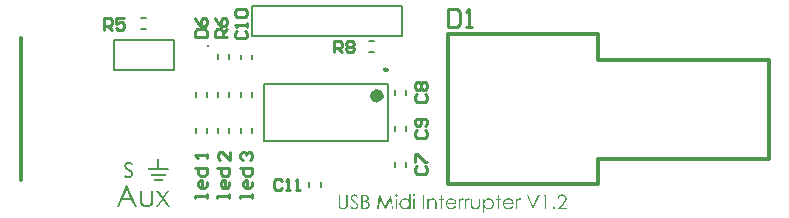
<source format=gto>
%FSTAX23Y23*%
%MOIN*%
%SFA1B1*%

%IPPOS*%
%ADD10C,0.003940*%
%ADD11C,0.023620*%
%ADD12C,0.009840*%
%ADD13C,0.007870*%
%ADD14C,0.011810*%
%ADD15C,0.010000*%
%LNmidi_stick-1*%
%LPD*%
G36*
X03223Y02701D02*
X03224D01*
Y02699*
Y02698*
Y02697*
X03223*
Y02695*
X03195*
Y02697*
Y02698*
Y02699*
Y02701*
X03196*
Y02702*
X03223*
Y02701*
G37*
G36*
X03213Y02769D02*
Y02767D01*
Y02766*
Y02765*
Y02763*
Y02762*
Y0276*
Y02759*
Y02758*
Y02756*
Y02755*
Y02754*
Y02752*
Y02751*
Y02749*
Y02748*
Y02747*
Y02745*
Y02744*
Y02742*
Y02741*
Y0274*
Y02738*
X03242*
Y02737*
X03244*
Y02735*
X03245*
Y02734*
Y02733*
X03244*
Y02731*
X03175*
Y02733*
X03174*
Y02734*
Y02735*
Y02737*
X03175*
Y02738*
X03205*
Y0274*
Y02741*
Y02742*
Y02744*
Y02745*
Y02747*
Y02748*
Y02749*
Y02751*
Y02752*
Y02754*
Y02755*
Y02756*
Y02758*
Y02759*
Y0276*
Y02762*
Y02763*
Y02765*
Y02766*
Y02767*
Y02769*
Y0277*
X03213*
Y02769*
G37*
G36*
X03235Y02717D02*
Y02716D01*
Y02715*
Y02713*
X03233*
Y02712*
X03187*
Y02713*
X03186*
Y02715*
X03184*
Y02716*
Y02717*
X03186*
Y02719*
X03235*
Y02717*
G37*
G36*
X03111Y0276D02*
X03112D01*
X03112Y0276*
X03113Y02759*
X03114Y02759*
X03115Y02759*
X03116Y02759*
X03117Y02758*
X03119Y02757*
X0312Y02757*
X03121Y02756*
X03122Y02755*
X03124Y02754*
X03125Y02753*
X03121Y02748*
X03121Y02748*
X0312Y02749*
X0312Y02749*
X0312Y02749*
X03119Y0275*
X03119Y0275*
X03117Y02751*
X03116Y02752*
X03114Y02753*
X03113Y02753*
X03112Y02753*
X03111Y02753*
X0311Y02754*
X0311*
X03109Y02753*
X03108Y02753*
X03107Y02753*
X03106Y02753*
X03105Y02752*
X03105Y02751*
X03104Y02751*
X03104Y02751*
X03104Y02751*
X03103Y0275*
X03103Y02749*
X03103Y02748*
X03102Y02747*
X03102Y02746*
Y02746*
Y02746*
X03102Y02745*
X03102Y02745*
X03103Y02744*
X03103Y02743*
X03103Y02742*
X03104Y02741*
X03104Y02741*
X03105Y02741*
X03105Y0274*
X03106Y0274*
X03107Y02739*
X03108Y02739*
X03108Y02738*
X03109Y02738*
X0311Y02737*
X03111Y02736*
X03112Y02736*
X03112Y02736*
X03113Y02736*
X03113Y02735*
X03114Y02735*
X03114Y02735*
X03115Y02734*
X03116Y02733*
X03118Y02732*
X0312Y02731*
X03121Y0273*
X03122Y02729*
X03123Y02728*
X03123Y02728*
X03123Y02728*
X03123Y02727*
X03124Y02726*
X03124Y02725*
X03125Y02723*
X03125Y02722*
X03125Y0272*
Y0272*
Y0272*
Y02719*
X03125Y02719*
X03125Y02718*
X03125Y02718*
X03125Y02716*
X03124Y02714*
X03123Y02713*
X03123Y02712*
X03122Y02711*
X03121Y0271*
X03121Y02709*
X03121Y02709*
X0312Y02709*
X0312Y02709*
X0312Y02708*
X03119Y02708*
X03119Y02708*
X03118Y02707*
X03118Y02707*
X03116Y02706*
X03114Y02705*
X03112Y02705*
X0311Y02705*
X03109Y02705*
X03109*
X03108Y02705*
X03106Y02705*
X03105Y02705*
X03104Y02705*
X03102Y02706*
X03101Y02706*
X031*
X031Y02707*
X031Y02707*
X03099Y02707*
X03098Y02708*
X03097Y02709*
X03096Y0271*
X03095Y02711*
X03094Y02712*
X03098Y02717*
X03098Y02717*
X03098Y02717*
X03098Y02716*
X03099Y02716*
X03099Y02715*
X031Y02715*
X03101Y02714*
X03103Y02713*
X03105Y02712*
X03106Y02712*
X03107Y02711*
X03108Y02711*
X03109Y02711*
X03109*
X0311Y02711*
X0311Y02711*
X03111Y02711*
X03112Y02712*
X03114Y02712*
X03115Y02713*
X03116Y02714*
X03116Y02714*
X03116Y02714*
X03117Y02715*
X03117Y02715*
X03118Y02716*
X03118Y02717*
X03119Y02718*
X03119Y0272*
Y0272*
Y0272*
X03119Y02721*
X03119Y02721*
X03118Y02722*
X03118Y02723*
X03118Y02724*
X03117Y02725*
X03117Y02725*
X03116Y02725*
X03116Y02726*
X03115Y02726*
X03115Y02727*
X03114Y02727*
X03113Y02728*
X03112Y02728*
X03112Y02729*
X03111Y02729*
X0311Y0273*
X03108Y0273*
X03108Y02731*
X03108Y02731*
X03108Y02731*
X03107Y02731*
X03107Y02731*
X03106Y02732*
X03105Y02733*
X03103Y02734*
X03101Y02735*
X031Y02736*
X03099Y02737*
X03099Y02738*
Y02738*
X03099Y02738*
X03098Y02738*
X03098Y02739*
X03097Y0274*
X03097Y02741*
X03097Y02743*
X03096Y02744*
X03096Y02746*
Y02746*
Y02746*
Y02746*
X03096Y02747*
X03096Y02747*
X03096Y02748*
X03097Y02749*
X03097Y02751*
X03098Y02753*
X03098Y02753*
X03099Y02754*
X03099Y02755*
X031Y02756*
X031Y02756*
X031Y02756*
X03101Y02756*
X03101Y02756*
X03101Y02757*
X03102Y02757*
X03103Y02758*
X03105Y02759*
X03106Y02759*
X03108Y0276*
X03109Y0276*
X0311Y0276*
X03111*
X03111Y0276*
G37*
G36*
X04062Y02652D02*
X04062Y02652D01*
X04063Y02652*
X04063Y02651*
X04064Y02651*
X04064Y02651*
X04064Y02651*
X04064Y0265*
X04065Y0265*
X04065Y0265*
X04065Y0265*
X04065Y02649*
X04065Y02649*
X04065Y02648*
Y02648*
Y02648*
X04065Y02647*
X04065Y02647*
X04065Y02647*
X04065Y02646*
X04065Y02646*
X04064Y02645*
X04064Y02645*
X04064Y02645*
X04064Y02645*
X04063Y02645*
X04063Y02645*
X04063Y02645*
X04062Y02644*
X04062Y02644*
X04061*
X04061Y02644*
X04061Y02645*
X0406Y02645*
X0406Y02645*
X04059Y02645*
X04059Y02645*
X04059Y02646*
X04059Y02646*
X04059Y02646*
X04058Y02646*
X04058Y02647*
X04058Y02647*
X04058Y02647*
X04058Y02648*
Y02648*
Y02648*
X04058Y02649*
X04058Y02649*
X04058Y02649*
X04058Y0265*
X04059Y0265*
X04059Y02651*
X04059Y02651*
X04059Y02651*
X04059Y02651*
X0406Y02651*
X0406Y02651*
X04061Y02652*
X04061Y02652*
X04062Y02652*
X04062*
X04062Y02652*
G37*
G36*
X04004D02*
X04004Y02652D01*
X04004Y02652*
X04005Y02651*
X04005Y02651*
X04006Y02651*
X04006Y02651*
X04006Y0265*
X04006Y0265*
X04006Y0265*
X04007Y0265*
X04007Y02649*
X04007Y02649*
X04007Y02648*
Y02648*
Y02648*
X04007Y02647*
X04007Y02647*
X04007Y02647*
X04006Y02646*
X04006Y02646*
X04006Y02645*
X04006Y02645*
X04006Y02645*
X04005Y02645*
X04005Y02645*
X04005Y02645*
X04004Y02645*
X04004Y02644*
X04003Y02644*
X04003*
X04003Y02644*
X04002Y02645*
X04002Y02645*
X04001Y02645*
X04001Y02645*
X04Y02645*
X04Y02646*
X04Y02646*
X04Y02646*
X04Y02646*
X04Y02647*
X04Y02647*
X03999Y02647*
X03999Y02648*
Y02648*
Y02648*
X03999Y02649*
X04Y02649*
X04Y02649*
X04Y0265*
X04Y0265*
X04Y02651*
X04001Y02651*
X04001Y02651*
X04001Y02651*
X04001Y02651*
X04002Y02651*
X04002Y02652*
X04003Y02652*
X04003Y02652*
X04003*
X04004Y02652*
G37*
G36*
X03863Y02651D02*
X03863Y02651D01*
X03864Y02651*
X03865Y0265*
X03866Y0265*
X03867Y0265*
X03868Y02649*
X03868*
X03868Y02649*
X03869Y02649*
X03869Y02649*
X03869Y02648*
X0387Y02648*
X03871Y02647*
X03871Y02647*
X03872Y02647*
X03872Y02646*
X03873Y02645*
X03873Y02645*
X03874Y02644*
X03875Y02643*
X03871Y0264*
X03871Y0264*
X03871Y0264*
X0387Y02641*
X0387Y02641*
X0387Y02641*
X03869Y02642*
X03868Y02643*
X03868Y02644*
X03867Y02644*
X03867Y02645*
X03866Y02645*
X03866Y02645*
X03866Y02645*
X03865Y02645*
X03865Y02645*
X03864Y02646*
X03864Y02646*
X03863Y02646*
X03862Y02646*
X03862*
X03861Y02646*
X0386Y02646*
X0386Y02646*
X03859Y02645*
X03858Y02645*
X03857Y02644*
X03857Y02644*
X03857Y02644*
X03857Y02644*
X03857Y02643*
X03856Y02642*
X03856Y02642*
X03856Y02641*
X03856Y0264*
Y0264*
Y0264*
X03856Y02639*
Y02639*
X03856Y02639*
X03856Y02638*
X03856Y02637*
X03856Y02637*
X03856Y02637*
X03856Y02637*
X03856Y02636*
X03857Y02636*
X03857Y02636*
X03857Y02635*
X03858Y02634*
X03859Y02634*
X03859Y02634*
X03859Y02634*
X03859Y02633*
X03859Y02633*
X0386Y02633*
X0386Y02633*
X0386Y02632*
X03861Y02632*
X03861Y02631*
X03862Y02631*
X03863Y0263*
X03864Y0263*
X03865Y02629*
X03865Y02629*
X03865Y02629*
X03865Y02629*
X03866Y02628*
X03866Y02628*
X03867Y02627*
X03867Y02627*
X03868Y02626*
X03869Y02625*
X03871Y02624*
X03871Y02623*
X03872Y02622*
X03873Y02622*
X03873Y02621*
X03873Y02621*
X03873Y02621*
X03873Y02621*
X03873Y0262*
X03874Y0262*
X03874Y0262*
X03874Y02619*
X03875Y02618*
X03875Y02616*
X03875Y02615*
X03875Y02614*
Y02614*
Y02614*
Y02613*
X03875Y02613*
X03875Y02613*
X03875Y02612*
X03875Y02611*
X03875Y02611*
X03875Y0261*
X03874Y02609*
X03874Y02609*
X03874Y02608*
X03873Y02607*
X03873Y02606*
X03872Y02606*
X03871Y02605*
X03871Y02605*
X03871Y02605*
X03871Y02605*
X03871Y02604*
X0387Y02604*
X0387Y02604*
X03869Y02603*
X03869Y02603*
X03868Y02603*
X03867Y02602*
X03867Y02602*
X03866Y02602*
X03865Y02601*
X03864Y02601*
X03863Y02601*
X03862Y02601*
X03861*
X03861Y02601*
X03861*
X0386Y02601*
X0386Y02601*
X03859Y02601*
X03858Y02602*
X03857Y02602*
X03855Y02603*
X03854Y02603*
X03854Y02603*
X03854Y02604*
X03854Y02604*
X03854Y02604*
X03853Y02604*
X03853Y02604*
X03852Y02605*
X03852Y02605*
X03851Y02606*
X03851Y02606*
X0385Y02607*
X0385Y02608*
X03849Y02608*
X03849Y02609*
X03848Y0261*
X03848Y02611*
X03852Y02614*
X03852Y02613*
X03852Y02613*
X03852Y02613*
X03852Y02612*
X03853Y02612*
X03853Y02611*
X03854Y0261*
X03854Y0261*
X03855Y02609*
X03856Y02608*
X03857Y02608*
X03858Y02607*
X03859Y02606*
X03859Y02606*
X0386Y02606*
X03861Y02606*
X03862*
X03862Y02606*
X03863Y02606*
X03864Y02606*
X03864Y02606*
X03865Y02606*
X03866Y02607*
X03866Y02607*
X03866Y02607*
X03867Y02607*
X03867Y02608*
X03868Y02608*
X03868Y02609*
X03869Y02609*
X03869Y0261*
X03869Y0261*
X03869Y0261*
X0387Y0261*
X0387Y02611*
X0387Y02612*
X0387Y02612*
X0387Y02613*
X0387Y02614*
Y02614*
Y02614*
Y02614*
X0387Y02615*
X0387Y02615*
X0387Y02616*
X0387Y02617*
X03869Y02618*
X03869Y02618*
Y02618*
X03869Y02619*
X03868Y02619*
X03868Y02619*
X03868Y02619*
X03868Y0262*
X03867Y0262*
X03867Y02621*
X03866Y02621*
X03866Y02622*
X03865Y02622*
X03864Y02623*
X03863Y02624*
X03863Y02624*
X03862Y02625*
X03861Y02626*
X0386Y02626*
X0386Y02626*
X0386Y02626*
X0386Y02627*
X03859Y02627*
X03859Y02628*
X03857Y02629*
X03856Y0263*
X03855Y02631*
X03854Y02631*
X03854Y02632*
X03853Y02632*
X03853Y02633*
Y02633*
X03853Y02633*
X03853Y02633*
X03853Y02633*
X03853Y02633*
X03852Y02634*
X03852Y02635*
X03851Y02636*
X03851Y02637*
X03851Y02638*
X03851Y02639*
X03851Y0264*
Y0264*
Y0264*
Y0264*
Y0264*
X03851Y02641*
X03851Y02642*
X03851Y02643*
X03851Y02643*
X03852Y02644*
X03852Y02645*
Y02645*
X03852Y02646*
X03852Y02646*
X03853Y02646*
X03853Y02647*
X03854Y02648*
X03854Y02648*
X03855Y02649*
X03856Y02649*
X03856*
X03856Y0265*
X03857Y0265*
X03857Y0265*
X03857Y0265*
X03858Y0265*
X03859Y0265*
X0386Y02651*
X03861Y02651*
X03862Y02651*
X03863*
X03863Y02651*
G37*
G36*
X04415Y02638D02*
X04415Y02638D01*
X04416Y02638*
X04417Y02638*
X04417Y02637*
X04418Y02637*
X04416Y02633*
X04416Y02633*
X04416Y02633*
X04415Y02633*
X04415Y02634*
X04414Y02634*
X04414Y02634*
X04413*
X04413Y02634*
X04412Y02634*
X04411Y02633*
X04411Y02633*
X0441Y02633*
X04409Y02632*
X04409Y02632*
X04409Y02632*
X04408Y02631*
X04408Y02631*
X04407Y0263*
X04407Y02629*
X04406Y02628*
X04406Y02626*
Y02626*
X04406Y02626*
Y02626*
X04406Y02626*
X04406Y02625*
X04406Y02625*
X04406Y02624*
X04405Y02624*
X04405Y02623*
X04405Y02622*
X04405Y02621*
X04405Y0262*
X04405Y02619*
Y02617*
X04405Y02616*
Y02614*
Y02602*
X044*
Y02637*
X04405*
Y02632*
X04405Y02632*
X04405Y02633*
X04405Y02633*
X04406Y02633*
X04406Y02634*
X04407Y02635*
X04408Y02635*
X04409Y02636*
X04409Y02637*
X04409Y02637*
X0441Y02637*
X0441Y02637*
X04411Y02637*
X04412Y02638*
X04412Y02638*
X04413Y02638*
X04414Y02638*
X04414*
X04415Y02638*
G37*
G36*
X04245D02*
X04245Y02638D01*
X04246Y02638*
X04246Y02638*
X04247Y02637*
X04248Y02637*
X04245Y02633*
X04245Y02633*
X04245Y02633*
X04245Y02633*
X04245Y02634*
X04244Y02634*
X04243Y02634*
X04243*
X04242Y02634*
X04242Y02634*
X04241Y02633*
X0424Y02633*
X04239Y02633*
X04239Y02632*
X04239Y02632*
X04238Y02632*
X04238Y02631*
X04238Y02631*
X04237Y0263*
X04236Y02629*
X04236Y02628*
X04235Y02626*
Y02626*
X04235Y02626*
Y02626*
X04235Y02626*
X04235Y02625*
X04235Y02625*
X04235Y02624*
X04235Y02624*
X04235Y02623*
X04235Y02622*
X04235Y02621*
X04235Y0262*
X04235Y02619*
Y02617*
X04235Y02616*
Y02614*
Y02602*
X0423*
Y02637*
X04235*
Y02632*
X04235Y02632*
X04235Y02633*
X04235Y02633*
X04235Y02633*
X04236Y02634*
X04237Y02635*
X04237Y02635*
X04238Y02636*
X04239Y02637*
X04239Y02637*
X04239Y02637*
X0424Y02637*
X0424Y02637*
X04241Y02638*
X04242Y02638*
X04243Y02638*
X04244Y02638*
X04244*
X04245Y02638*
G37*
G36*
X04225D02*
X04225Y02638D01*
X04226Y02638*
X04226Y02638*
X04227Y02637*
X04228Y02637*
X04226Y02633*
X04226Y02633*
X04225Y02633*
X04225Y02633*
X04225Y02634*
X04224Y02634*
X04224Y02634*
X04223*
X04222Y02634*
X04222Y02634*
X04221Y02633*
X0422Y02633*
X0422Y02633*
X04219Y02632*
X04219Y02632*
X04218Y02632*
X04218Y02631*
X04218Y02631*
X04217Y0263*
X04217Y02629*
X04216Y02628*
X04216Y02626*
Y02626*
X04216Y02626*
Y02626*
X04216Y02626*
X04215Y02625*
X04215Y02625*
X04215Y02624*
X04215Y02624*
X04215Y02623*
X04215Y02622*
X04215Y02621*
X04215Y0262*
X04215Y02619*
Y02617*
X04215Y02616*
Y02614*
Y02602*
X0421*
Y02637*
X04215*
Y02632*
X04215Y02632*
X04215Y02633*
X04215Y02633*
X04216Y02633*
X04216Y02634*
X04217Y02635*
X04217Y02635*
X04218Y02636*
X04219Y02637*
X04219Y02637*
X04219Y02637*
X0422Y02637*
X04221Y02637*
X04221Y02638*
X04222Y02638*
X04223Y02638*
X04224Y02638*
X04224*
X04225Y02638*
G37*
G36*
X04125D02*
X04125D01*
X04125Y02638*
X04126Y02638*
X04127Y02638*
X04129Y02637*
X0413Y02637*
X04131Y02636*
X04131*
X04131Y02636*
X04131Y02636*
X04131Y02636*
X04132Y02635*
X04133Y02635*
X04133Y02634*
X04134Y02633*
X04135Y02632*
X04135Y02631*
Y02631*
X04136Y02631*
X04136Y02631*
X04136Y0263*
X04136Y0263*
X04136Y02629*
X04136Y02629*
X04136Y02628*
X04136Y02628*
X04136Y02627*
X04137Y02626*
X04137Y02625*
X04137Y02624*
X04137Y02623*
X04137Y02622*
Y0262*
Y02602*
X04132*
Y02619*
Y02619*
Y02619*
Y0262*
Y0262*
Y02621*
Y02621*
X04132Y02622*
X04132Y02624*
X04132Y02625*
X04132Y02626*
X04132Y02626*
X04132Y02627*
X04132Y02627*
Y02627*
X04132Y02627*
X04132Y02627*
X04132Y02628*
X04132Y02628*
X04131Y02629*
X04131Y0263*
X0413Y02631*
X0413Y02632*
X04129Y02632*
X04129Y02632*
X04129Y02633*
X04128Y02633*
X04127Y02633*
X04127Y02634*
X04126Y02634*
X04124Y02634*
X04123Y02634*
X04123*
X04122Y02634*
X04122*
X04122Y02634*
X04121Y02634*
X0412Y02633*
X04118Y02633*
X04118Y02633*
X04117Y02632*
X04116Y02632*
X04116Y02631*
X04116Y02631*
X04116Y02631*
X04115Y02631*
X04115Y02631*
X04115Y02631*
X04115Y0263*
X04114Y0263*
X04113Y02629*
X04113Y02627*
X04112Y02626*
X04111Y02625*
Y02625*
Y02625*
X04111Y02624*
X04111Y02624*
X04111Y02624*
Y02623*
X04111Y02623*
X04111Y02623*
X04111Y02622*
X04111Y02621*
X04111Y0262*
X04111Y0262*
X04111Y02619*
Y02618*
X04111Y02616*
Y02615*
Y02602*
X04106*
Y02637*
X04111*
Y02631*
X04111Y02631*
X04111Y02631*
X04111Y02631*
X04111Y02632*
X04112Y02632*
X04113Y02633*
X04114Y02634*
X04115Y02635*
X04116Y02636*
X04117Y02636*
X04117*
X04117Y02637*
X04117Y02637*
X04117Y02637*
X04118Y02637*
X04118Y02637*
X04119Y02637*
X0412Y02638*
X04121Y02638*
X04123Y02638*
X04124Y02638*
X04124*
X04125Y02638*
G37*
G36*
X04311D02*
X04311Y02638D01*
X04312Y02638*
X04313Y02638*
X04314Y02638*
X04315Y02638*
X04316Y02637*
X04317Y02637*
X04318Y02637*
X04319Y02636*
X0432Y02635*
X04321Y02635*
X04322Y02634*
X04323Y02633*
X04323Y02633*
X04323Y02633*
X04324Y02632*
X04324Y02632*
X04324Y02631*
X04325Y02631*
X04325Y0263*
X04326Y02629*
X04326Y02628*
X04327Y02627*
X04327Y02626*
X04328Y02625*
X04328Y02624*
X04328Y02623*
X04328Y02621*
X04328Y0262*
Y0262*
Y0262*
X04328Y02619*
Y02619*
X04328Y02618*
X04328Y02617*
X04328Y02616*
X04328Y02615*
X04327Y02614*
X04327Y02613*
X04327Y02612*
X04326Y02611*
X04326Y0261*
X04325Y02609*
X04324Y02608*
X04323Y02607*
X04323Y02607*
X04323Y02607*
X04323Y02606*
X04322Y02606*
X04322Y02606*
X04321Y02605*
X0432Y02605*
X0432Y02604*
X04319Y02604*
X04318Y02603*
X04317Y02603*
X04316Y02602*
X04314Y02602*
X04313Y02602*
X04312Y02602*
X0431Y02601*
X0431*
X0431Y02602*
X04309*
X04309Y02602*
X04308Y02602*
X04308Y02602*
X04307Y02602*
X04305Y02602*
X04304Y02603*
X04303Y02603*
X04303*
X04302Y02603*
X04302Y02603*
X04302Y02603*
X04302Y02604*
X04301Y02604*
X04301Y02604*
X043Y02605*
X04299Y02606*
X04297Y02607*
X04296Y02608*
Y0259*
X04292*
Y02637*
X04296*
Y02631*
X04296Y02631*
X04296Y02631*
X04297Y02631*
X04297Y02631*
X04297Y02632*
X04298Y02633*
X04299Y02634*
X043Y02635*
X04301Y02636*
X04302Y02636*
X04303*
X04303Y02636*
X04303Y02637*
X04303Y02637*
X04303Y02637*
X04304Y02637*
X04304Y02637*
X04305Y02637*
X04306Y02638*
X04307Y02638*
X04309Y02638*
X0431Y02638*
X04311*
X04311Y02638*
G37*
G36*
X0405Y02602D02*
X04045D01*
Y02608*
X04045Y02608*
X04045Y02608*
X04045Y02608*
X04045Y02608*
X04044Y02607*
X04043Y02606*
X04042Y02606*
X04041Y02605*
X0404Y02604*
X04039Y02603*
X04039*
X04039Y02603*
X04038Y02603*
X04038Y02603*
X04038Y02603*
X04038Y02603*
X04037Y02602*
X04037Y02602*
X04035Y02602*
X04034Y02602*
X04033Y02602*
X04031Y02601*
X04031*
X0403Y02602*
X0403Y02602*
X04029Y02602*
X04029Y02602*
X04028Y02602*
X04027Y02602*
X04026Y02602*
X04025Y02603*
X04024Y02603*
X04023Y02604*
X04022Y02604*
X04021Y02605*
X04019Y02606*
X04018Y02607*
X04018Y02607*
X04018Y02607*
X04018Y02607*
X04018Y02608*
X04017Y02608*
X04017Y02609*
X04016Y0261*
X04016Y0261*
X04015Y02611*
X04015Y02612*
X04014Y02613*
X04014Y02615*
X04014Y02616*
X04013Y02617*
X04013Y02618*
X04013Y0262*
Y0262*
Y0262*
X04013Y02621*
X04013Y02621*
X04013Y02622*
X04013Y02623*
X04014Y02623*
X04014Y02624*
X04014Y02625*
X04015Y02626*
X04015Y02628*
X04015Y02629*
X04016Y0263*
X04017Y02631*
X04018Y02632*
X04019Y02633*
X04019Y02633*
X04019Y02633*
X04019Y02633*
X04019Y02634*
X0402Y02634*
X04021Y02635*
X04021Y02635*
X04022Y02636*
X04023Y02636*
X04024Y02637*
X04025Y02637*
X04026Y02637*
X04027Y02638*
X04029Y02638*
X0403Y02638*
X04031Y02638*
X04032*
X04032Y02638*
X04033Y02638*
X04033Y02638*
X04034Y02638*
X04035Y02638*
X04036Y02637*
X04038Y02637*
X04039Y02636*
X04039*
X04039Y02636*
X04039Y02636*
X0404Y02636*
X0404Y02636*
X0404Y02636*
X04041Y02635*
X04042Y02634*
X04043Y02633*
X04044Y02632*
X04045Y02631*
Y02651*
X0405*
Y02602*
G37*
G36*
X04459D02*
X04458D01*
X04437Y0265*
X04443*
X04458Y02613*
X04474Y0265*
X0448*
X04459Y02602*
G37*
G36*
X03993D02*
X03988D01*
X03984Y02636*
X03967Y02602*
X03966*
X03949Y02637*
X03944Y02602*
X03939*
X03946Y0265*
X03947*
X03966Y02611*
X03985Y0265*
X03986*
X03993Y02602*
G37*
G36*
X04282Y0262D02*
Y0262D01*
Y0262*
Y02619*
Y02619*
X04282Y02618*
X04282Y02618*
X04282Y02617*
X04282Y02616*
X04281Y02614*
X04281Y02613*
X04281Y02611*
X0428Y0261*
X0428Y02609*
Y02609*
X0428Y02609*
X0428Y02609*
X0428Y02609*
X0428Y02608*
X04279Y02608*
X04279Y02607*
X04278Y02606*
X04277Y02605*
X04276Y02604*
X04275Y02604*
X04275*
X04275Y02603*
X04275Y02603*
X04274Y02603*
X04274Y02603*
X04274Y02603*
X04273Y02603*
X04273Y02602*
X04272Y02602*
X04271Y02602*
X04271Y02602*
X0427Y02602*
X04268Y02602*
X04266Y02601*
X04266*
X04266Y02602*
X04265*
X04265Y02602*
X04264Y02602*
X04263Y02602*
X04262Y02602*
X04261Y02602*
X04259Y02603*
X04258Y02604*
X04258*
X04258Y02604*
X04257Y02604*
X04257Y02604*
X04257Y02604*
X04256Y02605*
X04255Y02606*
X04254Y02607*
X04253Y02608*
X04253Y02609*
Y02609*
X04253Y02609*
X04253Y0261*
X04252Y0261*
X04252Y0261*
X04252Y02611*
X04252Y02611*
X04252Y02612*
X04252Y02613*
X04252Y02614*
X04251Y02615*
X04251Y02616*
X04251Y02617*
X04251Y02618*
X04251Y02619*
Y02621*
Y02637*
X04256*
Y02621*
Y02621*
Y02621*
Y0262*
Y0262*
Y0262*
X04256Y02619*
Y02618*
Y02618*
X04256Y02616*
X04256Y02615*
X04256Y02614*
X04256Y02614*
X04256Y02613*
X04256Y02613*
Y02613*
X04256Y02613*
X04256Y02612*
X04256Y02612*
X04257Y02612*
X04257Y02611*
X04258Y0261*
X04258Y02609*
X04259Y02608*
X0426Y02608*
X0426*
X0426Y02608*
X0426Y02608*
X0426Y02607*
X04261Y02607*
X04262Y02607*
X04263Y02606*
X04264Y02606*
X04265Y02606*
X04266Y02606*
X04267*
X04267Y02606*
X04267*
X04268Y02606*
X04269Y02606*
X0427Y02606*
X04271Y02607*
X04272Y02607*
X04273Y02608*
X04273*
X04273Y02608*
X04273Y02608*
X04274Y02608*
X04274Y02609*
X04275Y0261*
X04275Y0261*
X04276Y02611*
X04276Y02612*
X04276Y02612*
Y02613*
X04277Y02613*
X04277Y02613*
X04277Y02613*
X04277Y02614*
X04277Y02614*
X04277Y02615*
X04277Y02615*
X04277Y02616*
X04277Y02617*
X04277Y02618*
Y02619*
X04277Y0262*
Y02621*
Y02637*
X04282*
Y0262*
G37*
G36*
X03841Y02621D02*
Y02621D01*
Y02621*
Y0262*
Y0262*
X03841Y02619*
Y02619*
X03841Y02618*
X03841Y02617*
X03841Y02616*
X0384Y02614*
X0384Y02612*
X0384Y02612*
X0384Y02611*
Y02611*
X0384Y02611*
X03839Y0261*
X03839Y0261*
X03839Y0261*
X03839Y02609*
X03839Y02609*
X03838Y02607*
X03837Y02606*
X03836Y02605*
X03835Y02605*
X03835Y02604*
X03835Y02604*
X03835Y02604*
X03834Y02604*
X03834Y02604*
X03834Y02603*
X03833Y02603*
X03833Y02603*
X03832Y02603*
X03832Y02602*
X03831Y02602*
X0383Y02602*
X03829Y02602*
X03828Y02601*
X03827Y02601*
X03826Y02601*
X03825*
X03825Y02601*
X03824Y02601*
X03824Y02601*
X03823Y02601*
X03822Y02601*
X03821Y02602*
X03819Y02602*
X03818Y02603*
X03817Y02603*
X03817Y02603*
X03816Y02604*
X03816Y02604*
X03816Y02604*
X03815Y02604*
X03815Y02604*
X03815Y02605*
X03814Y02605*
X03814Y02605*
X03814Y02606*
X03813Y02607*
X03812Y02608*
X03811Y02609*
X03811Y0261*
X0381Y02611*
Y02611*
X0381Y02611*
Y02611*
X0381Y02612*
X0381Y02612*
X0381Y02612*
X0381Y02613*
X0381Y02613*
X0381Y02614*
X0381Y02615*
X0381Y02616*
X0381Y02616*
X0381Y02617*
Y02619*
X0381Y0262*
Y02621*
Y0265*
X03814*
Y02621*
Y02621*
Y02621*
Y02621*
Y0262*
Y0262*
Y02619*
Y02618*
X03814Y02617*
Y02616*
X03814Y02616*
Y02615*
X03814Y02615*
Y02615*
Y02615*
Y02615*
X03814Y02614*
X03815Y02614*
X03815Y02613*
X03815Y02612*
X03815Y02612*
X03816Y02611*
X03816Y0261*
X03816Y0261*
X03816Y0261*
X03817Y02609*
X03817Y02609*
X03818Y02608*
X03818Y02608*
X03819Y02607*
X0382Y02607*
X0382*
X0382Y02607*
X0382Y02607*
X0382Y02607*
X03821Y02607*
X03822Y02606*
X03822Y02606*
X03823Y02606*
X03824Y02606*
X03825Y02606*
X03826*
X03826Y02606*
X03827Y02606*
X03828Y02606*
X03828Y02606*
X03829Y02606*
X0383Y02607*
X0383Y02607*
X0383Y02607*
X03831Y02607*
X03831Y02607*
X03832Y02608*
X03832Y02608*
X03833Y02609*
X03833Y02609*
X03834Y02609*
X03834Y0261*
X03834Y0261*
X03834Y02611*
X03835Y02611*
X03835Y02612*
X03835Y02613*
X03836Y02614*
Y02614*
X03836Y02614*
X03836Y02614*
X03836Y02615*
X03836Y02615*
X03836Y02615*
Y02616*
X03836Y02616*
X03836Y02617*
X03836Y02618*
Y02618*
X03836Y02619*
Y0262*
Y02621*
Y0265*
X03841*
Y02621*
G37*
G36*
X04556Y02651D02*
X04557Y02651D01*
X04558Y02651*
X04558Y02651*
X04559Y0265*
X0456Y0265*
X04561Y0265*
X04562Y0265*
X04563Y02649*
X04563Y02649*
X04564Y02648*
X04565Y02647*
X04566Y02647*
X04566Y02647*
X04566Y02647*
X04566Y02646*
X04567Y02646*
X04567Y02646*
X04567Y02645*
X04568Y02644*
X04568Y02644*
X04568Y02643*
X04569Y02642*
X04569Y02642*
X04569Y02641*
X0457Y0264*
X0457Y02639*
X0457Y02638*
X0457Y02637*
Y02637*
Y02637*
Y02636*
X0457Y02636*
Y02636*
X0457Y02635*
X0457Y02635*
X0457Y02634*
X0457Y02633*
X04569Y02632*
X04569Y02631*
X04568Y02629*
Y02629*
X04568Y02629*
X04568Y02629*
X04568Y02628*
X04567Y02628*
X04567Y02628*
X04567Y02627*
X04566Y02627*
X04566Y02626*
X04565Y02625*
X04565Y02624*
X04564Y02624*
X04563Y02623*
X04562Y02622*
X04562Y02621*
X04561Y0262*
X04549Y02607*
X04571*
Y02602*
X04538*
X04557Y02622*
X04557Y02622*
X04557Y02622*
X04557Y02622*
X04557Y02623*
X04558Y02623*
X04558Y02624*
X04559Y02625*
X0456Y02625*
X04561Y02627*
X04562Y02628*
X04562Y02629*
X04563Y02629*
X04563Y0263*
X04564Y02631*
Y02631*
X04564Y02631*
X04564Y02631*
X04564Y02631*
X04564Y02632*
X04565Y02632*
X04565Y02633*
X04565Y02634*
X04565Y02635*
X04565Y02637*
Y02637*
Y02637*
Y02637*
X04565Y02637*
X04565Y02638*
X04565Y02638*
X04565Y02639*
X04565Y0264*
X04564Y02641*
X04564Y02642*
X04563Y02642*
X04563Y02643*
X04562Y02644*
X04562Y02644*
X04562Y02644*
X04562Y02644*
X04562Y02644*
X04562Y02644*
X04561Y02644*
X04561Y02645*
X0456Y02645*
X04559Y02646*
X04558Y02646*
X04557Y02646*
X04556Y02646*
X04555Y02646*
X04555*
X04554Y02646*
X04554Y02646*
X04554Y02646*
X04553Y02646*
X04551Y02646*
X0455Y02645*
X04549Y02645*
X04549Y02644*
X04548Y02644*
X04548Y02643*
X04547Y02643*
X04547Y02643*
X04547Y02643*
X04547Y02643*
X04547Y02643*
X04547Y02642*
X04546Y02642*
X04546Y02641*
X04546Y02641*
X04545Y0264*
X04545Y02639*
X04545Y02639*
X04545Y02638*
X04544Y02637*
X04544Y02636*
X04544Y02635*
X0454*
Y02635*
Y02635*
X0454Y02636*
X0454Y02636*
X0454Y02637*
X0454Y02637*
X0454Y02638*
X0454Y02639*
X0454Y0264*
X04541Y02641*
X04541Y02642*
X04542Y02643*
X04542Y02644*
X04543Y02645*
X04543Y02646*
X04544Y02646*
X04544Y02646*
X04544Y02647*
X04545Y02647*
X04545Y02647*
X04546Y02647*
X04546Y02648*
X04547Y02648*
X04547Y02649*
X04548Y02649*
X04549Y0265*
X0455Y0265*
X04551Y0265*
X04552Y0265*
X04553Y02651*
X04554Y02651*
X04555Y02651*
X04556*
X04556Y02651*
G37*
G36*
X04503Y02602D02*
X04498D01*
Y02645*
X04491*
X04494Y0265*
X04503*
Y02602*
G37*
G36*
X04345Y02637D02*
X04352D01*
Y02634*
X04345*
Y02602*
X04341*
Y02634*
X04335*
Y02637*
X04341*
Y0265*
X04345*
Y02637*
G37*
G36*
X04155D02*
X04162D01*
Y02634*
X04155*
Y02602*
X04151*
Y02634*
X04144*
Y02637*
X04151*
Y0265*
X04155*
Y02637*
G37*
G36*
X04096Y02602D02*
X04092D01*
Y0265*
X04096*
Y02602*
G37*
G36*
X04064D02*
X04059D01*
Y02637*
X04064*
Y02602*
G37*
G36*
X04005D02*
X04001D01*
Y02637*
X04005*
Y02602*
G37*
G36*
X03896Y0265D02*
X03897D01*
X03897Y0265*
X03898Y0265*
X03899Y02649*
X03901Y02649*
X03902Y02649*
X03903Y02649*
X03904Y02648*
X03904*
X03904Y02648*
X03904Y02648*
X03904Y02648*
X03905Y02648*
X03905Y02647*
X03906Y02647*
X03907Y02646*
X03908Y02645*
X03908Y02644*
Y02644*
X03908Y02644*
X03908Y02644*
X03909Y02644*
X03909Y02643*
X03909Y02642*
X0391Y02642*
X0391Y02641*
X0391Y02639*
X0391Y02638*
Y02638*
Y02638*
Y02638*
Y02638*
X0391Y02637*
X0391Y02636*
X0391Y02635*
X03909Y02634*
X03909Y02633*
X03909Y02632*
Y02632*
X03908Y02632*
X03908Y02632*
X03908Y02631*
X03907Y02631*
X03907Y0263*
X03906Y02629*
X03905Y02629*
X03904Y02628*
X03904*
X03904Y02628*
X03904Y02628*
X03905Y02628*
X03905Y02628*
X03905Y02628*
X03906Y02627*
X03907Y02627*
X03908Y02626*
X03909Y02626*
X0391Y02625*
X0391Y02625*
X0391Y02625*
X0391Y02625*
X03911Y02624*
X03911Y02623*
X03912Y02623*
X03912Y02622*
X03913Y02621*
X03913Y02621*
X03913Y02621*
X03913Y0262*
X03913Y0262*
X03914Y02619*
X03914Y02618*
X03914Y02617*
X03914Y02616*
Y02616*
Y02616*
Y02615*
X03914Y02615*
X03914Y02614*
X03914Y02614*
X03914Y02613*
X03913Y02613*
X03913Y02612*
X03913Y02611*
X03913Y0261*
X03912Y02609*
X03912Y02609*
X03911Y02608*
X03911Y02607*
X0391Y02606*
X0391Y02606*
X0391Y02606*
X03909Y02606*
X03909Y02606*
X03909Y02605*
X03908Y02605*
X03907Y02605*
X03907Y02604*
X03906Y02604*
X03905Y02604*
X03904Y02603*
X03903Y02603*
X03902Y02603*
X03901Y02602*
X039Y02602*
X03899Y02602*
X03886*
Y0265*
X03896*
X03896Y0265*
G37*
G36*
X04529Y02609D02*
X04529Y02609D01*
X0453Y02609*
X0453Y02609*
X0453Y02609*
X04531Y02608*
X04531Y02608*
X04531Y02608*
X04531Y02608*
X04532Y02607*
X04532Y02607*
X04532Y02607*
X04532Y02606*
X04532Y02605*
Y02605*
Y02605*
X04532Y02605*
X04532Y02604*
X04532Y02604*
X04532Y02604*
X04531Y02603*
X04531Y02603*
X04531Y02603*
X04531Y02602*
X0453Y02602*
X0453Y02602*
X0453Y02602*
X04529Y02602*
X04529Y02602*
X04528Y02601*
X04528*
X04528Y02602*
X04527Y02602*
X04527Y02602*
X04526Y02602*
X04526Y02602*
X04525Y02603*
X04525Y02603*
X04525Y02603*
X04525Y02603*
X04525Y02603*
X04525Y02604*
X04524Y02604*
X04524Y02605*
X04524Y02605*
Y02606*
Y02606*
X04524Y02606*
X04524Y02606*
X04524Y02607*
X04525Y02607*
X04525Y02608*
X04525Y02608*
X04525Y02608*
X04526Y02608*
X04526Y02609*
X04526Y02609*
X04527Y02609*
X04527Y02609*
X04528Y02609*
X04528Y02609*
X04528*
X04529Y02609*
G37*
G36*
X04376Y02638D02*
X04377Y02638D01*
X04378Y02638*
X04379Y02638*
X0438Y02638*
X04381Y02637*
X04382Y02637*
X04383Y02637*
X04384Y02636*
X04385Y02635*
X04387Y02635*
X04388Y02634*
X04389Y02633*
X0439Y02631*
X0439Y02631*
X0439Y02631*
X0439Y02631*
X0439Y02631*
X04391Y0263*
X04391Y0263*
X04391Y02629*
X04392Y02628*
X04392Y02627*
X04392Y02626*
X04393Y02625*
X04393Y02624*
X04393Y02623*
X04394Y02622*
X04394Y02621*
X04394Y0262*
X04362*
Y02619*
Y02619*
X04362Y02619*
Y02618*
X04362Y02618*
X04362Y02617*
X04363Y02617*
X04363Y02616*
X04363Y02614*
X04363Y02614*
X04364Y02613*
X04364Y02612*
X04365Y02611*
X04365Y0261*
X04366Y02609*
X04366Y02609*
X04366Y02609*
X04366Y02609*
X04367Y02609*
X04367Y02609*
X04368Y02608*
X04368Y02608*
X04369Y02608*
X04369Y02607*
X0437Y02607*
X04371Y02606*
X04372Y02606*
X04372Y02606*
X04373Y02606*
X04374Y02606*
X04375Y02606*
X04376*
X04376Y02606*
X04377Y02606*
X04378Y02606*
X04379Y02606*
X0438Y02606*
X04381Y02607*
X04381*
X04381Y02607*
X04381Y02607*
X04382Y02607*
X04382Y02607*
X04383Y02608*
X04384Y02608*
X04384Y02608*
X04385Y02609*
X04385Y02609*
X04385Y02609*
X04386Y0261*
X04386Y0261*
X04387Y02611*
X04387Y02612*
X04388Y02613*
X04389Y02614*
X04393Y02612*
Y02612*
X04393Y02612*
X04392Y02612*
X04392Y02611*
X04392Y02611*
X04392Y02611*
X04391Y0261*
X04391Y02609*
X0439Y02608*
X04389Y02607*
X04388Y02606*
X04388Y02606*
X04388Y02606*
X04387Y02605*
X04387Y02605*
X04386Y02604*
X04385Y02604*
X04384Y02603*
X04383Y02603*
X04383*
X04383Y02603*
X04382Y02602*
X04382Y02602*
X04382Y02602*
X04382Y02602*
X04381Y02602*
X0438Y02602*
X04379Y02602*
X04377Y02602*
X04376Y02601*
X04375*
X04375Y02602*
X04374Y02602*
X04374Y02602*
X04373Y02602*
X04372Y02602*
X04371Y02602*
X0437Y02602*
X04369Y02603*
X04368Y02603*
X04366Y02604*
X04365Y02604*
X04364Y02605*
X04363Y02606*
X04362Y02607*
X04362Y02607*
X04362Y02607*
X04362Y02608*
X04362Y02608*
X04361Y02609*
X04361Y02609*
X0436Y0261*
X0436Y02611*
X04359Y02612*
X04359Y02613*
X04359Y02614*
X04358Y02615*
X04358Y02616*
X04358Y02617*
X04358Y02618*
X04358Y0262*
Y0262*
Y0262*
X04358Y0262*
Y02621*
X04358Y02621*
X04358Y02622*
X04358Y02623*
X04358Y02624*
X04358Y02625*
X04359Y02626*
X04359Y02627*
X04359Y02628*
X0436Y02629*
X0436Y0263*
X04361Y02631*
X04362Y02632*
X04362Y02632*
X04362Y02632*
X04362Y02632*
X04363Y02633*
X04363Y02633*
X04364Y02634*
X04364Y02634*
X04365Y02635*
X04366Y02636*
X04367Y02636*
X04368Y02637*
X0437Y02637*
X04371Y02638*
X04372Y02638*
X04374Y02638*
X04376Y02638*
X04376*
X04376Y02638*
G37*
G36*
X04186D02*
X04187Y02638D01*
X04188Y02638*
X04188Y02638*
X04189Y02638*
X0419Y02637*
X04192Y02637*
X04193Y02637*
X04194Y02636*
X04195Y02635*
X04196Y02635*
X04197Y02634*
X04199Y02633*
X042Y02631*
X042Y02631*
X042Y02631*
X042Y02631*
X042Y02631*
X042Y0263*
X04201Y0263*
X04201Y02629*
X04202Y02628*
X04202Y02627*
X04202Y02626*
X04203Y02625*
X04203Y02624*
X04203Y02623*
X04203Y02622*
X04203Y02621*
X04204Y0262*
X04172*
Y02619*
Y02619*
X04172Y02619*
Y02618*
X04172Y02618*
X04172Y02617*
X04172Y02617*
X04172Y02616*
X04173Y02614*
X04173Y02614*
X04174Y02613*
X04174Y02612*
X04175Y02611*
X04175Y0261*
X04176Y02609*
X04176Y02609*
X04176Y02609*
X04176Y02609*
X04177Y02609*
X04177Y02609*
X04177Y02608*
X04178Y02608*
X04178Y02608*
X04179Y02607*
X0418Y02607*
X04181Y02606*
X04181Y02606*
X04182Y02606*
X04183Y02606*
X04184Y02606*
X04185Y02606*
X04186*
X04186Y02606*
X04187Y02606*
X04188Y02606*
X04189Y02606*
X04189Y02606*
X0419Y02607*
X0419*
X04191Y02607*
X04191Y02607*
X04191Y02607*
X04192Y02607*
X04193Y02608*
X04193Y02608*
X04194Y02608*
X04195Y02609*
X04195Y02609*
X04195Y02609*
X04195Y0261*
X04196Y0261*
X04196Y02611*
X04197Y02612*
X04198Y02613*
X04199Y02614*
X04202Y02612*
Y02612*
X04202Y02612*
X04202Y02612*
X04202Y02611*
X04202Y02611*
X04202Y02611*
X04201Y0261*
X042Y02609*
X042Y02608*
X04199Y02607*
X04198Y02606*
X04198Y02606*
X04198Y02606*
X04197Y02605*
X04196Y02605*
X04196Y02604*
X04195Y02604*
X04194Y02603*
X04193Y02603*
X04192*
X04192Y02603*
X04192Y02602*
X04192Y02602*
X04192Y02602*
X04191Y02602*
X04191Y02602*
X04189Y02602*
X04188Y02602*
X04187Y02602*
X04186Y02601*
X04185*
X04185Y02602*
X04184Y02602*
X04183Y02602*
X04183Y02602*
X04182Y02602*
X04181Y02602*
X0418Y02602*
X04178Y02603*
X04177Y02603*
X04176Y02604*
X04175Y02604*
X04174Y02605*
X04173Y02606*
X04172Y02607*
X04172Y02607*
X04172Y02607*
X04172Y02608*
X04171Y02608*
X04171Y02609*
X04171Y02609*
X0417Y0261*
X0417Y02611*
X04169Y02612*
X04169Y02613*
X04168Y02614*
X04168Y02615*
X04168Y02616*
X04168Y02617*
X04167Y02618*
X04167Y0262*
Y0262*
Y0262*
X04167Y0262*
Y02621*
X04167Y02621*
X04168Y02622*
X04168Y02623*
X04168Y02624*
X04168Y02625*
X04168Y02626*
X04169Y02627*
X04169Y02628*
X04169Y02629*
X0417Y0263*
X04171Y02631*
X04171Y02632*
X04171Y02632*
X04172Y02632*
X04172Y02632*
X04172Y02633*
X04173Y02633*
X04174Y02634*
X04174Y02634*
X04175Y02635*
X04176Y02636*
X04177Y02636*
X04178Y02637*
X04179Y02637*
X04181Y02638*
X04182Y02638*
X04184Y02638*
X04185Y02638*
X04186*
X04186Y02638*
G37*
G36*
X03228Y02638D02*
X03249Y0261D01*
X0324*
X03224Y02632*
X03208Y0261*
X032*
X0322Y02637*
X03202Y02662*
X0321*
X03224Y02643*
X03238Y02662*
X03246*
X03228Y02638*
G37*
G36*
X03193Y02637D02*
Y02636D01*
Y02636*
Y02635*
Y02635*
X03193Y02634*
X03193Y02633*
X03193Y02632*
X03193Y0263*
X03193Y02628*
X03192Y02625*
X03191Y02622*
X03191Y02621*
X03191Y0262*
Y0262*
X03191Y0262*
X0319Y0262*
X0319Y02619*
X0319Y02619*
X0319Y02618*
X03189Y02617*
X03188Y02616*
X03186Y02614*
X03185Y02613*
X03183Y02612*
X03183*
X03183Y02611*
X03182Y02611*
X03182Y02611*
X03182Y02611*
X03181Y02611*
X0318Y0261*
X03179Y0261*
X03179Y0261*
X03178Y02609*
X03177Y02609*
X03175Y02609*
X03173Y02609*
X0317Y02608*
X03169*
X03169Y02609*
X03168*
X03167Y02609*
X03167Y02609*
X03166Y02609*
X03164Y02609*
X03161Y0261*
X03159Y0261*
X03157Y02612*
X03157*
X03157Y02612*
X03157Y02612*
X03156Y02612*
X03155Y02613*
X03154Y02614*
X03153Y02615*
X03152Y02617*
X03151Y02618*
X0315Y0262*
Y0262*
X03149Y0262*
X03149Y02621*
X03149Y02621*
X03149Y02622*
X03149Y02623*
X03149Y02623*
X03148Y02624*
X03148Y02626*
X03148Y02627*
X03148Y02628*
X03147Y0263*
X03147Y02631*
X03147Y02633*
X03147Y02635*
Y02637*
Y02662*
X03154*
Y02638*
Y02638*
Y02637*
Y02637*
Y02636*
Y02636*
X03154Y02635*
Y02634*
Y02633*
X03154Y02631*
X03154Y02629*
X03154Y02628*
X03154Y02627*
X03155Y02626*
X03155Y02625*
Y02625*
X03155Y02625*
X03155Y02625*
X03155Y02625*
X03155Y02624*
X03156Y02623*
X03157Y02621*
X03158Y0262*
X03159Y02619*
X0316Y02618*
X0316*
X03161Y02618*
X03161Y02618*
X03161Y02617*
X03162Y02617*
X03163Y02616*
X03165Y02616*
X03166Y02615*
X03168Y02615*
X0317Y02615*
X03171*
X03171Y02615*
X03172*
X03172Y02615*
X03173Y02615*
X03175Y02616*
X03177Y02616*
X03178Y02617*
X0318Y02618*
X0318*
X0318Y02618*
X0318Y02618*
X03181Y02619*
X03182Y0262*
X03183Y02621*
X03184Y02622*
X03185Y02623*
X03185Y02625*
X03185Y02625*
Y02625*
X03185Y02625*
X03185Y02626*
X03186Y02626*
X03186Y02627*
X03186Y02628*
X03186Y02628*
X03186Y02629*
X03186Y0263*
X03186Y02632*
X03186Y02633*
Y02634*
X03186Y02636*
Y02638*
Y02662*
X03193*
Y02637*
G37*
G36*
X03138Y0261D02*
X0313D01*
X03119Y02633*
X03088*
X03077Y0261*
X0307*
X03103Y02681*
X03105*
X03138Y0261*
G37*
%LNmidi_stick-2*%
%LPC*%
G36*
X0431Y02634D02*
X04309D01*
X04309Y02634*
X04308Y02634*
X04308Y02634*
X04307Y02634*
X04306Y02633*
X04306Y02633*
X04305Y02633*
X04304Y02633*
X04303Y02632*
X04302Y02632*
X04302Y02631*
X04301Y02631*
X043Y0263*
X043Y0263*
X043Y0263*
X043Y02629*
X04299Y02629*
X04299Y02629*
X04299Y02628*
X04298Y02628*
X04298Y02627*
X04298Y02626*
X04297Y02626*
X04297Y02625*
X04297Y02624*
X04296Y02623*
X04296Y02622*
X04296Y02621*
X04296Y0262*
Y0262*
Y02619*
Y02619*
X04296Y02619*
Y02619*
X04296Y02618*
X04296Y02617*
X04297Y02616*
X04297Y02615*
X04297Y02614*
X04298Y02612*
Y02612*
X04298Y02612*
X04298Y02612*
X04298Y02612*
X04299Y02611*
X04299Y02611*
X043Y0261*
X04301Y02609*
X04302Y02608*
X04303Y02607*
X04303*
X04303Y02607*
X04303Y02607*
X04304Y02607*
X04304Y02607*
X04304Y02607*
X04305Y02607*
X04306Y02606*
X04307Y02606*
X04309Y02606*
X0431Y02606*
X0431*
X04311Y02606*
X04311*
X04311Y02606*
X04312Y02606*
X04313Y02606*
X04314Y02606*
X04316Y02607*
X04317Y02607*
X04317*
X04317Y02608*
X04317Y02608*
X04317Y02608*
X04318Y02608*
X04319Y02609*
X04319Y0261*
X0432Y0261*
X04321Y02612*
X04322Y02613*
Y02613*
X04322Y02613*
X04322Y02613*
X04322Y02613*
X04322Y02614*
X04323Y02614*
X04323Y02615*
X04323Y02616*
X04324Y02617*
X04324Y02618*
X04324Y0262*
Y0262*
Y0262*
Y0262*
X04324Y0262*
Y02621*
X04324Y02621*
X04324Y02622*
X04323Y02623*
X04323Y02624*
X04323Y02626*
X04322Y02627*
Y02627*
X04322Y02627*
X04322Y02627*
X04322Y02627*
X04321Y02628*
X04321Y02629*
X0432Y0263*
X04319Y0263*
X04318Y02631*
X04317Y02632*
X04317*
X04317Y02632*
X04317Y02632*
X04316Y02632*
X04316Y02632*
X04316Y02633*
X04315Y02633*
X04314Y02633*
X04313Y02634*
X04311Y02634*
X0431Y02634*
G37*
G36*
X04032D02*
X04031D01*
X04031Y02634*
X0403Y02634*
X04029Y02634*
X04028Y02633*
X04027Y02633*
X04026Y02633*
X04025Y02632*
X04025*
X04024Y02632*
X04024Y02632*
X04024Y02632*
X04024Y02631*
X04023Y02631*
X04022Y0263*
X04021Y02629*
X0402Y02628*
X0402Y02627*
Y02627*
X0402Y02627*
X04019Y02627*
X04019Y02626*
X04019Y02626*
X04019Y02626*
X04019Y02625*
X04018Y02624*
X04018Y02622*
X04018Y02621*
X04018Y0262*
Y0262*
Y0262*
Y02619*
X04018Y02619*
Y02619*
X04018Y02618*
X04018Y02618*
X04018Y02616*
X04019Y02615*
X04019Y02614*
X0402Y02613*
Y02613*
X0402Y02613*
X0402Y02612*
X0402Y02612*
X0402Y02612*
X04021Y02611*
X04022Y0261*
X04023Y02609*
X04024Y02608*
X04025Y02607*
X04025*
X04025Y02607*
X04025Y02607*
X04025Y02607*
X04026Y02607*
X04026Y02607*
X04027Y02607*
X04028Y02606*
X04029Y02606*
X0403Y02606*
X04032Y02606*
X04032*
X04032Y02606*
X04033*
X04033Y02606*
X04034Y02606*
X04035Y02606*
X04036Y02606*
X04037Y02607*
X04039Y02607*
X04039*
X04039Y02608*
X04039Y02608*
X04039Y02608*
X0404Y02608*
X0404Y02609*
X04041Y02609*
X04042Y0261*
X04043Y02611*
X04044Y02612*
Y02613*
X04044Y02613*
X04044Y02613*
X04044Y02613*
X04044Y02613*
X04044Y02614*
X04045Y02615*
X04045Y02616*
X04045Y02617*
X04045Y02618*
X04045Y0262*
Y0262*
Y0262*
Y0262*
X04045Y02621*
X04045Y02621*
X04045Y02622*
X04045Y02622*
X04045Y02623*
X04045Y02624*
X04045Y02625*
X04044Y02626*
X04044Y02626*
X04043Y02627*
X04043Y02628*
X04042Y02629*
X04041Y0263*
X04041Y0263*
X04041Y0263*
X04041Y0263*
X04041Y0263*
X0404Y02631*
X0404Y02631*
X04039Y02631*
X04039Y02632*
X04038Y02632*
X04037Y02633*
X04036Y02633*
X04036Y02633*
X04035Y02634*
X04034Y02634*
X04033Y02634*
X04032Y02634*
G37*
G36*
X03897Y02645D02*
X0389D01*
Y0263*
X03894*
X03894Y0263*
X03895*
X03896Y0263*
X03897Y0263*
X03898Y0263*
X03899Y02631*
X039Y02631*
X039Y02631*
X039*
X039Y02631*
X03901Y02631*
X03901Y02631*
X03902Y02631*
X03902Y02632*
X03903Y02632*
X03903Y02633*
X03904Y02634*
X03904Y02634*
X03904Y02634*
X03904Y02634*
X03905Y02635*
X03905Y02636*
X03905Y02636*
X03905Y02637*
X03905Y02638*
Y02638*
Y02638*
Y02638*
X03905Y02639*
X03905Y02639*
X03905Y0264*
X03905Y02641*
X03904Y02642*
X03904Y02642*
X03903Y02643*
X03903Y02643*
X03903Y02643*
X03902Y02644*
X03902Y02644*
X03902Y02644*
X03902Y02644*
X03901Y02644*
X03901Y02644*
X039Y02644*
X039Y02645*
X03899Y02645*
X03898Y02645*
X03897Y02645*
X03897Y02645*
G37*
G36*
X03895Y02625D02*
X0389D01*
Y02607*
X03897*
X03897Y02607*
X03898*
X03899Y02607*
X039Y02607*
X03901Y02607*
X03903Y02608*
X03903Y02608*
X03904Y02608*
X03904*
X03904Y02608*
X03904Y02608*
X03905Y02608*
X03905Y02609*
X03906Y02609*
X03906Y0261*
X03907Y0261*
X03908Y02611*
X03908Y02611*
X03908Y02612*
X03908Y02612*
X03908Y02613*
X03909Y02613*
X03909Y02614*
X03909Y02615*
X03909Y02616*
Y02616*
Y02616*
Y02616*
X03909Y02616*
X03909Y02617*
X03909Y02618*
X03909Y02619*
X03908Y02619*
X03908Y0262*
X03907Y02621*
Y02621*
X03907Y02621*
X03907Y02622*
X03906Y02622*
X03905Y02623*
X03905Y02623*
X03904Y02624*
X03903Y02624*
X03901Y02625*
X03901Y02625*
X03901*
X03901Y02625*
X03901Y02625*
X039Y02625*
X039Y02625*
X03899Y02625*
X03899Y02625*
X03898Y02625*
X03897*
X03897Y02625*
X03896Y02625*
X03895Y02625*
G37*
G36*
X04376Y02634D02*
X04375D01*
X04375Y02634*
X04374Y02634*
X04374Y02634*
X04373Y02634*
X04373Y02634*
X04371Y02633*
X0437Y02633*
X0437Y02633*
X04369Y02632*
X04368Y02632*
X04367Y02631*
X04367Y02631*
X04367*
X04367Y02631*
X04366Y0263*
X04366Y0263*
X04366Y0263*
X04366Y0263*
X04365Y02629*
X04365Y02629*
X04365Y02628*
X04365Y02628*
X04364Y02627*
X04364Y02627*
X04363Y02626*
X04363Y02625*
X04363Y02624*
X04363Y02623*
X04389*
Y02623*
X04389Y02624*
X04389Y02624*
X04389Y02624*
X04388Y02625*
X04388Y02625*
X04388Y02626*
X04387Y02627*
X04387Y02628*
X04386Y02629*
X04386Y02629*
X04386Y02629*
X04385Y0263*
X04385Y0263*
X04384Y02631*
X04384Y02631*
X04383Y02632*
X04382Y02633*
X04381*
X04381Y02633*
X04381Y02633*
X04381Y02633*
X04381Y02633*
X0438Y02633*
X04379Y02634*
X04378Y02634*
X04377Y02634*
X04376Y02634*
G37*
G36*
X04185D02*
X04185D01*
X04184Y02634*
X04184Y02634*
X04184Y02634*
X04183Y02634*
X04182Y02634*
X04181Y02633*
X0418Y02633*
X04179Y02633*
X04179Y02632*
X04178Y02632*
X04177Y02631*
X04176Y02631*
X04176*
X04176Y02631*
X04176Y0263*
X04176Y0263*
X04176Y0263*
X04176Y0263*
X04175Y02629*
X04175Y02629*
X04175Y02628*
X04174Y02628*
X04174Y02627*
X04174Y02627*
X04173Y02626*
X04173Y02625*
X04173Y02624*
X04172Y02623*
X04199*
Y02623*
X04199Y02624*
X04198Y02624*
X04198Y02624*
X04198Y02625*
X04198Y02625*
X04198Y02626*
X04197Y02627*
X04197Y02628*
X04196Y02629*
X04196Y02629*
X04196Y02629*
X04195Y0263*
X04195Y0263*
X04194Y02631*
X04193Y02631*
X04192Y02632*
X04191Y02633*
X04191*
X04191Y02633*
X04191Y02633*
X04191Y02633*
X0419Y02633*
X0419Y02633*
X04189Y02634*
X04188Y02634*
X04187Y02634*
X04185Y02634*
G37*
G36*
X03104Y02666D02*
X03092Y0264D01*
X03116*
X03104Y02666*
G37*
%LNmidi_stick-3*%
%LPD*%
G54D10*
X03376Y03147D02*
D01*
D01*
G75*
G03X03372I-00001J0D01*
G74*G01*
D01*
G75*
G03X03376I00001J0D01*
G74*G01*
G54D11*
X03949Y0298D02*
D01*
D01*
G75*
G03X03925I-00011J0D01*
G74*G01*
D01*
G75*
G03X03949I00011J0D01*
G74*G01*
G54D12*
X03972Y03067D02*
D01*
D01*
G75*
G03X03962I-00004J0D01*
G74*G01*
D01*
G75*
G03X03972I00004J0D01*
G74*G01*
G54D13*
X0306Y03067D02*
X0326D01*
Y03167*
X0306D02*
X0326D01*
X0306Y03067D02*
Y03167D01*
X03446Y02857D02*
Y02873D01*
X03409Y02857D02*
Y02873D01*
X03371Y02857D02*
Y02873D01*
X03334Y02857D02*
Y02873D01*
X03521Y02857D02*
Y02873D01*
X03484Y02857D02*
Y02873D01*
X04034Y02742D02*
Y02758D01*
X03997Y02742D02*
Y02758D01*
X0375Y02677D02*
Y02693D01*
X03712Y02677D02*
Y02693D01*
X04034Y02863D02*
Y02879D01*
X03997Y02863D02*
Y02879D01*
X03997Y02984D02*
Y03D01*
X04034Y02984D02*
Y03D01*
X03912Y03126D02*
X03928D01*
X03912Y03163D02*
X03928D01*
X0402Y0318D02*
Y0328D01*
X0352Y0318D02*
X0402D01*
X0352Y0328D02*
X0402D01*
X0352Y0318D02*
Y0328D01*
X03152Y03201D02*
X03168D01*
X03152Y03238D02*
X03168D01*
X03409Y03102D02*
Y03118D01*
X03446Y03102D02*
Y03118D01*
X03484Y03101D02*
Y03117D01*
X03521Y03101D02*
Y03117D01*
Y02976D02*
Y02992D01*
X03484Y02976D02*
Y02992D01*
X03446Y02976D02*
Y02992D01*
X03409Y02976D02*
Y02992D01*
X03371Y02976D02*
Y02992D01*
X03334Y02976D02*
Y02992D01*
X03563Y0283D02*
Y03019D01*
X03976Y0283D02*
Y03019D01*
X03563Y0283D02*
X03976D01*
X03563Y03019D02*
X03976D01*
G54D14*
X05245Y02769D02*
Y031D01*
X04675Y02769D02*
X05245D01*
X04675Y031D02*
X05245D01*
X04675D02*
Y03185D01*
Y02685D02*
Y02769D01*
X04175Y02685D02*
Y03185D01*
X04675*
X04175Y02685D02*
X04675D01*
X0275Y02698D02*
Y03171D01*
G54D15*
X03445Y0264D02*
Y02653D01*
Y02646*
X03405*
Y0264*
X03445Y02692D02*
Y02679D01*
X03438Y02672*
X03425*
X03418Y02679*
Y02692*
X03425Y02699*
X03431*
Y02672*
X03405Y02738D02*
X03445D01*
Y02718*
X03438Y02712*
X03425*
X03418Y02718*
Y02738*
X0337Y0264D02*
Y02653D01*
Y02646*
X0333*
Y0264*
X0337Y02692D02*
Y02679D01*
X03363Y02672*
X0335*
X03343Y02679*
Y02692*
X0335Y02699*
X03356*
Y02672*
X0333Y02738D02*
X0337D01*
Y02718*
X03363Y02712*
X0335*
X03343Y02718*
Y02738*
X0352Y0264D02*
Y02653D01*
Y02646*
X0348*
Y0264*
X0352Y02692D02*
Y02679D01*
X03513Y02672*
X035*
X03493Y02679*
Y02692*
X035Y02699*
X03506*
Y02672*
X0348Y02738D02*
X0352D01*
Y02718*
X03513Y02712*
X035*
X03493Y02718*
Y02738*
X03448Y02794D02*
Y02767D01*
X03422Y02794*
X03415*
X03408Y02787*
Y02774*
X03415Y02767*
X03373Y02774D02*
Y02787D01*
Y02781*
X03333*
X0334Y02774*
X0349Y02767D02*
X03483Y02774D01*
Y02787*
X0349Y02794*
X03497*
X03503Y02787*
Y02781*
Y02787*
X0351Y02794*
X03516*
X03523Y02787*
Y02774*
X03516Y02767*
X04175Y03269D02*
Y0321D01*
X04204*
X04214Y0322*
Y03259*
X04204Y03269*
X04175*
X04234Y0321D02*
X04254D01*
X04244*
Y03269*
X04234Y03259*
X03472Y03197D02*
X03465Y0319D01*
Y03177*
X03472Y03171*
X03498*
X03505Y03177*
Y0319*
X03498Y03197*
X03505Y0321D02*
Y03223D01*
Y03217*
X03465*
X03472Y0321*
Y03243D02*
X03465Y03249D01*
Y03263*
X03472Y03269*
X03498*
X03505Y03263*
Y03249*
X03498Y03243*
X03472*
X03795Y03125D02*
Y03164D01*
X03814*
X03821Y03157*
Y03144*
X03814Y03138*
X03795*
X03808D02*
X03821Y03125D01*
X03834Y03157D02*
X0384Y03164D01*
X03854*
X0386Y03157*
Y03151*
X03854Y03144*
X0386Y03138*
Y03131*
X03854Y03125*
X0384*
X03834Y03131*
Y03138*
X0384Y03144*
X03834Y03151*
Y03157*
X0384Y03144D02*
X03854D01*
X03438Y03175D02*
X03399D01*
Y03194*
X03406Y03201*
X03419*
X03425Y03194*
Y03175*
Y03188D02*
X03438Y03201D01*
X03399Y0324D02*
X03406Y03227D01*
X03419Y03214*
X03432*
X03438Y0322*
Y03234*
X03432Y0324*
X03425*
X03419Y03234*
Y03214*
X03029Y032D02*
Y03239D01*
X03049*
X03055Y03232*
Y03219*
X03049Y03213*
X03029*
X03042D02*
X03055Y032D01*
X03095Y03239D02*
X03068D01*
Y03219*
X03082Y03226*
X03088*
X03095Y03219*
Y03206*
X03088Y032*
X03075*
X03068Y03206*
X03333Y03175D02*
X03372D01*
Y03194*
X03366Y03201*
X03339*
X03333Y03194*
Y03175*
Y0324D02*
X03339Y03227D01*
X03353Y03214*
X03366*
X03372Y0322*
Y03234*
X03366Y0324*
X03359*
X03353Y03234*
Y03214*
X03621Y02697D02*
X03614Y02704D01*
X03601*
X03595Y02697*
Y02671*
X03601Y02665*
X03614*
X03621Y02671*
X03634Y02665D02*
X03647D01*
X0364*
Y02704*
X03634Y02697*
X03667Y02665D02*
X0368D01*
X03673*
Y02704*
X03667Y02697*
X04071Y02865D02*
X04065Y02858D01*
Y02845*
X04071Y02839*
X04098*
X04104Y02845*
Y02858*
X04098Y02865*
Y02878D02*
X04104Y02885D01*
Y02898*
X04098Y02904*
X04071*
X04065Y02898*
Y02885*
X04071Y02878*
X04078*
X04085Y02885*
Y02904*
X04071Y02986D02*
X04065Y02979D01*
Y02966*
X04071Y0296*
X04098*
X04104Y02966*
Y02979*
X04098Y02986*
X04071Y02999D02*
X04065Y03005D01*
Y03019*
X04071Y03025*
X04078*
X04085Y03019*
X04091Y03025*
X04098*
X04104Y03019*
Y03005*
X04098Y02999*
X04091*
X04085Y03005*
X04078Y02999*
X04071*
X04085Y03005D02*
Y03019D01*
X04071Y02746D02*
X04065Y02739D01*
Y02726*
X04071Y0272*
X04098*
X04104Y02726*
Y02739*
X04098Y02746*
X04065Y02759D02*
Y02785D01*
X04071*
X04098Y02759*
X04104*
M02*
</source>
